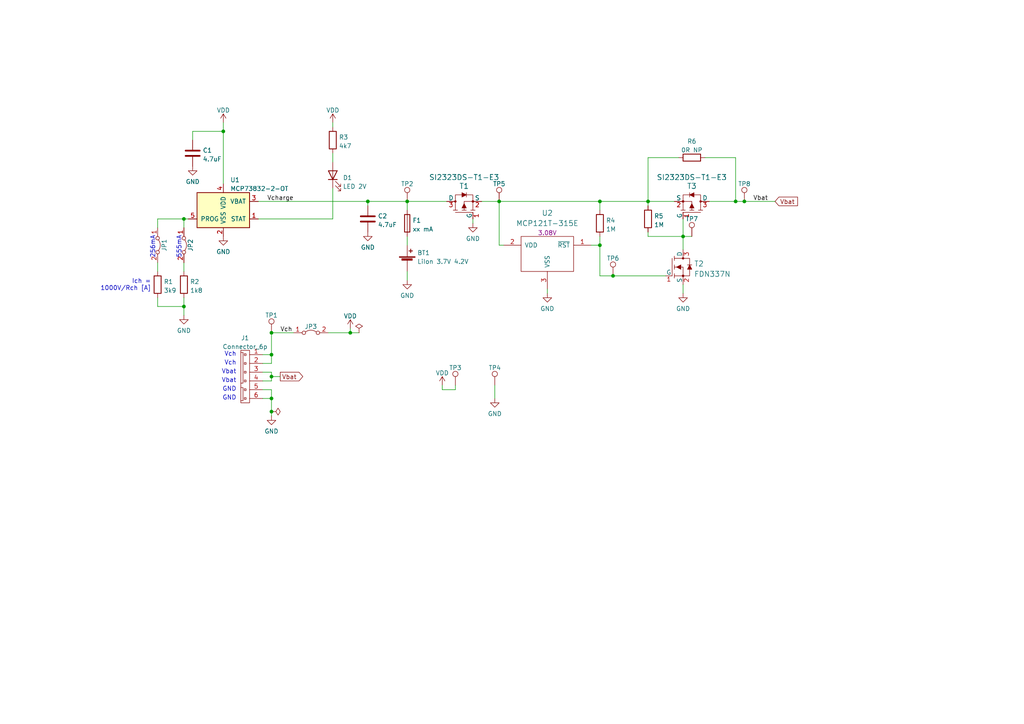
<source format=kicad_sch>
(kicad_sch (version 20211123) (generator eeschema)
  (paper "A4")
  (lib_symbols
    (symbol "0ESN_Lib:Connector_6p" (pin_names (offset 1.016) hide)
      (property "Reference" "J" (at 0 8.89 0))
      (property "Value" "Connector_6p" (at -2.54 2.54 90))
      (symbol "Connector_6p_0_1"
        (polyline (pts (xy -0.635 -6.985) (xy -1.27 -6.985)) (stroke (width 0.1524)))
        (polyline (pts (xy -0.635 6.985) (xy -1.27 6.985)) (stroke (width 0.1524)))
        (polyline (pts (xy -1.27 -1.905) (xy -0.635 -1.905) (xy -0.635 6.985)) (stroke (width 0.1524)))
        (polyline (pts (xy -0.635 -6.985) (xy -0.635 -3.175) (xy -1.27 -3.175)) (stroke (width 0.1524)))
        (rectangle (start 0.254 -6.096) (end -0.254 -6.604) (stroke (width 0.1524)))
        (rectangle (start 0.254 -3.556) (end -0.254 -4.064) (stroke (width 0.1524)))
        (rectangle (start 0.254 -1.016) (end -0.254 -1.524) (stroke (width 0.1524)))
        (rectangle (start 0.254 1.524) (end -0.254 1.016) (stroke (width 0.1524)))
        (rectangle (start 0.254 4.064) (end -0.254 3.556) (stroke (width 0.1524)))
        (rectangle (start 0.254 6.604) (end -0.254 6.096) (stroke (width 0.1524)))
        (rectangle (start 1.27 7.62) (end -1.27 -7.62))
      )
      (symbol "Connector_6p_1_1"
        (pin passive line (at 5.08 6.35 180) (length 3.81) (name "P1") (number "1"))
        (pin passive line (at 5.08 3.81 180) (length 3.81) (name "P2") (number "2"))
        (pin passive line (at 5.08 1.27 180) (length 3.81) (name "P3") (number "3"))
        (pin passive line (at 5.08 -1.27 180) (length 3.81) (name "P4") (number "4"))
        (pin passive line (at 5.08 -3.81 180) (length 3.81) (name "P5") (number "5"))
        (pin passive line (at 5.08 -6.35 180) (length 3.81) (name "P6") (number "6"))
      )
    )
    (symbol "0ESN_Lib:Jumper_2_Bridged" (pin_names (offset 0) hide)
      (property "Reference" "JP" (at 0 1.905 0))
      (symbol "Jumper_2_Bridged_0_0"
        (circle (center -2.032 0) (radius 0.508))
        (circle (center 2.032 0) (radius 0.508))
      )
      (symbol "Jumper_2_Bridged_0_1"
        (arc (start 1.524 0.254) (mid 0 0.762) (end -1.524 0.254))
      )
      (symbol "Jumper_2_Bridged_1_1"
        (pin passive line (at -5.08 0 0) (length 2.54) (name "A") (number "1"))
        (pin passive line (at 5.08 0 180) (length 2.54) (name "B") (number "2"))
      )
    )
    (symbol "0ESN_Lib:MCP121T-315E" (pin_names (offset 1.016))
      (property "Reference" "U" (at 0 8.255 0))
      (property "Value" "MCP121T-315E" (at 0 5.715 0))
      (property "Voltage" "3.08V" (at 0 3.81 0))
      (symbol "MCP121T-315E_0_1"
        (rectangle (start 7.62 2.54) (end -7.62 -7.62))
      )
      (symbol "MCP121T-315E_1_1"
        (pin open_collector line (at 12.7 0 180) (length 5.08) (name "~{RST}") (number "1"))
        (pin input line (at -12.7 0 0) (length 5.08) (name "VDD") (number "2"))
        (pin power_in line (at 0 -12.7 90) (length 5.08) (name "VSS") (number "3"))
      )
    )
    (symbol "0ESN_Lib:MCP73832-2-OT" (pin_names (offset 1.016))
      (property "Reference" "U" (at -7.62 6.35 0))
      (property "Value" "MCP73832-2-OT" (at 1.27 6.35 0))
      (symbol "MCP73832-2-OT_0_1"
        (rectangle (start -7.62 5.08) (end 7.62 -5.08) (stroke (width 0.254)) (fill (type background)))
      )
      (symbol "MCP73832-2-OT_1_1"
        (pin output line (at 10.16 -2.54 180) (length 2.54) (name "STAT") (number "1"))
        (pin power_in line (at 0 -7.62 90) (length 2.54) (name "VSS") (number "2"))
        (pin power_out line (at 10.16 2.54 180) (length 2.54) (name "VBAT") (number "3"))
        (pin power_in line (at 0 7.62 270) (length 2.54) (name "VDD") (number "4"))
        (pin input line (at -10.16 -2.54 0) (length 2.54) (name "PROG") (number "5"))
      )
    )
    (symbol "0ESN_Lib:SI2323DS-T1-E3" (pin_names (offset 0))
      (property "Reference" "T" (at 0 4.445 0))
      (property "Value" "SI2323DS-T1-E3" (at 0 6.985 0))
      (symbol "SI2323DS-T1-E3_0_1"
        (circle (center -2.54 0) (radius 0.254) (fill (type outline)))
        (polyline (pts (xy -2.54 -2.54) (xy -2.54 0)))
        (polyline (pts (xy -1.905 -2.54) (xy -3.175 -2.54)))
        (polyline (pts (xy 0 -2.54) (xy 0 -1.905)))
        (polyline (pts (xy 0.635 -2.54) (xy -0.635 -2.54)))
        (polyline (pts (xy 0.635 2.54) (xy 0.635 1.27)))
        (polyline (pts (xy 1.905 -2.54) (xy 3.175 -2.54)))
        (polyline (pts (xy 2.54 -3.175) (xy -2.54 -3.175)))
        (polyline (pts (xy 2.54 -2.54) (xy 2.54 0)))
        (polyline (pts (xy -0.635 1.905) (xy -2.54 1.905) (xy -2.54 0)))
        (polyline (pts (xy 0 -0.635) (xy 0 0) (xy 2.54 0)))
        (polyline (pts (xy 0.635 1.905) (xy 2.54 1.905) (xy 2.54 0)))
        (polyline (pts (xy -0.635 -1.905) (xy 0.635 -1.905) (xy 0 -0.635) (xy -0.635 -1.905)) (fill (type outline)))
        (polyline (pts (xy 0.635 1.905) (xy -0.635 2.54) (xy -0.635 1.27) (xy 0.635 1.905)) (fill (type outline)))
        (circle (center 2.54 0) (radius 0.2794) (fill (type outline)))
      )
      (symbol "SI2323DS-T1-E3_1_1"
        (pin passive line (at 2.54 -5.08 90) (length 1.905) (name "G") (number "1"))
        (pin passive line (at 5.08 0 180) (length 2.54) (name "S") (number "2"))
        (pin passive line (at -5.08 0 0) (length 2.54) (name "D") (number "3"))
      )
    )
    (symbol "0ESN_Lib:TestPoint" (pin_numbers hide) (pin_names (offset 0.762) hide)
      (property "Reference" "TP" (at 0 5.08 0))
      (symbol "TestPoint_0_1"
        (circle (center 0 3.302) (radius 0.762))
      )
      (symbol "TestPoint_1_1"
        (pin passive line (at 0 0 90) (length 2.54) (name "1") (number "1"))
      )
    )
    (symbol "0l2:MOSFET-N" (pin_names (offset 0))
      (property "Reference" "T" (at 0 4.445 0))
      (property "Value" "MOSFET-N" (at 0 6.985 0))
      (symbol "MOSFET-N_0_1"
        (circle (center -2.54 0) (radius 0.254) (fill (type outline)))
        (polyline (pts (xy -2.54 -2.54) (xy -2.54 0)))
        (polyline (pts (xy -1.905 -2.54) (xy -3.175 -2.54)))
        (polyline (pts (xy -0.635 2.54) (xy -0.635 1.27)))
        (polyline (pts (xy 0 -2.54) (xy 0 -1.905)))
        (polyline (pts (xy 0.635 -2.54) (xy -0.635 -2.54)))
        (polyline (pts (xy 1.905 -2.54) (xy 3.175 -2.54)))
        (polyline (pts (xy 2.54 -3.175) (xy -2.54 -3.175)))
        (polyline (pts (xy 2.54 -2.54) (xy 2.54 0)))
        (polyline (pts (xy -0.635 1.905) (xy -2.54 1.905) (xy -2.54 0)))
        (polyline (pts (xy 0 -0.635) (xy 0 0) (xy 2.54 0)))
        (polyline (pts (xy 0.635 1.905) (xy 2.54 1.905) (xy 2.54 0)))
        (polyline (pts (xy -0.635 -0.635) (xy 0.635 -0.635) (xy 0 -1.905) (xy -0.635 -0.635)) (fill (type outline)))
        (polyline (pts (xy -0.635 1.905) (xy 0.635 2.54) (xy 0.635 1.27) (xy -0.635 1.905)) (fill (type outline)))
        (circle (center 2.54 0) (radius 0.2794) (fill (type outline)))
      )
      (symbol "MOSFET-N_1_1"
        (pin passive line (at 2.54 -5.08 90) (length 1.905) (name "G") (number "1"))
        (pin passive line (at 5.08 0 180) (length 2.54) (name "S") (number "2"))
        (pin passive line (at -5.08 0 0) (length 2.54) (name "D") (number "3"))
      )
    )
    (symbol "Device:Battery_Cell" (pin_numbers hide) (pin_names (offset 0) hide)
      (property "Reference" "BT" (at 2.54 2.54 0))
      (property "Value" "Battery_Cell" (at 2.54 0 0))
      (symbol "Battery_Cell_0_1"
        (rectangle (start -2.286 1.778) (end 2.286 1.524) (fill (type outline)))
        (rectangle (start -1.5748 1.1938) (end 1.4732 0.6858) (fill (type outline)))
        (polyline (pts (xy 0 0.762) (xy 0 0)))
        (polyline (pts (xy 0 1.778) (xy 0 2.54)))
        (polyline (pts (xy 0.508 3.429) (xy 1.524 3.429)) (stroke (width 0.254)))
        (polyline (pts (xy 1.016 3.937) (xy 1.016 2.921)) (stroke (width 0.254)))
      )
      (symbol "Battery_Cell_1_1"
        (pin passive line (at 0 5.08 270) (length 2.54) (name "+") (number "1"))
        (pin passive line (at 0 -2.54 90) (length 2.54) (name "-") (number "2"))
      )
    )
    (symbol "Device:C" (pin_numbers hide) (pin_names (offset 0.254))
      (property "Reference" "C" (at 0.635 2.54 0))
      (property "Value" "C" (at 0.635 -2.54 0))
      (symbol "C_0_1"
        (polyline (pts (xy -2.032 -0.762) (xy 2.032 -0.762)) (stroke (width 0.508)))
        (polyline (pts (xy -2.032 0.762) (xy 2.032 0.762)) (stroke (width 0.508)))
      )
      (symbol "C_1_1"
        (pin passive line (at 0 3.81 270) (length 2.794) (name "~") (number "1"))
        (pin passive line (at 0 -3.81 90) (length 2.794) (name "~") (number "2"))
      )
    )
    (symbol "Device:Fuse" (pin_numbers hide) (pin_names (offset 0))
      (property "Reference" "F" (at 2.032 0 90))
      (property "Value" "Fuse" (at -1.905 0 90))
      (symbol "Fuse_0_1"
        (rectangle (start -0.762 -2.54) (end 0.762 2.54) (stroke (width 0.254)))
        (polyline (pts (xy 0 2.54) (xy 0 -2.54)))
      )
      (symbol "Fuse_1_1"
        (pin passive line (at 0 3.81 270) (length 1.27) (name "~") (number "1"))
        (pin passive line (at 0 -3.81 90) (length 1.27) (name "~") (number "2"))
      )
    )
    (symbol "Device:LED" (pin_numbers hide) (pin_names (offset 1.016) hide)
      (property "Reference" "D" (at 0 2.54 0))
      (property "Value" "LED" (at 0 -2.54 0))
      (symbol "LED_0_1"
        (polyline (pts (xy -1.27 -1.27) (xy -1.27 1.27)) (stroke (width 0.254)))
        (polyline (pts (xy -1.27 0) (xy 1.27 0)))
        (polyline (pts (xy 1.27 -1.27) (xy 1.27 1.27) (xy -1.27 0) (xy 1.27 -1.27)) (stroke (width 0.254)))
        (polyline (pts (xy -3.048 -0.762) (xy -4.572 -2.286) (xy -3.81 -2.286) (xy -4.572 -2.286) (xy -4.572 -1.524)))
        (polyline (pts (xy -1.778 -0.762) (xy -3.302 -2.286) (xy -2.54 -2.286) (xy -3.302 -2.286) (xy -3.302 -1.524)))
      )
      (symbol "LED_1_1"
        (pin passive line (at -3.81 0 0) (length 2.54) (name "K") (number "1"))
        (pin passive line (at 3.81 0 180) (length 2.54) (name "A") (number "2"))
      )
    )
    (symbol "Device:R" (pin_numbers hide) (pin_names (offset 0))
      (property "Reference" "R" (at 2.032 0 90))
      (property "Value" "R" (at 0 0 90))
      (symbol "R_0_1"
        (rectangle (start -1.016 -2.54) (end 1.016 2.54) (stroke (width 0.254)))
      )
      (symbol "R_1_1"
        (pin passive line (at 0 3.81 270) (length 1.27) (name "~") (number "1"))
        (pin passive line (at 0 -3.81 90) (length 1.27) (name "~") (number "2"))
      )
    )
    (symbol "SI2323DS-T1-E3_1" (pin_names (offset 0))
      (property "Reference" "T" (at 0 4.445 0))
      (property "Value" "SI2323DS-T1-E3_1" (at 0 6.985 0))
      (symbol "SI2323DS-T1-E3_1_0_1"
        (circle (center -2.54 0) (radius 0.254) (fill (type outline)))
        (polyline (pts (xy -2.54 -2.54) (xy -2.54 0)))
        (polyline (pts (xy -1.905 -2.54) (xy -3.175 -2.54)))
        (polyline (pts (xy 0 -2.54) (xy 0 -1.905)))
        (polyline (pts (xy 0.635 -2.54) (xy -0.635 -2.54)))
        (polyline (pts (xy 0.635 2.54) (xy 0.635 1.27)))
        (polyline (pts (xy 1.905 -2.54) (xy 3.175 -2.54)))
        (polyline (pts (xy 2.54 -3.175) (xy -2.54 -3.175)))
        (polyline (pts (xy 2.54 -2.54) (xy 2.54 0)))
        (polyline (pts (xy -0.635 1.905) (xy -2.54 1.905) (xy -2.54 0)))
        (polyline (pts (xy 0 -0.635) (xy 0 0) (xy 2.54 0)))
        (polyline (pts (xy 0.635 1.905) (xy 2.54 1.905) (xy 2.54 0)))
        (polyline (pts (xy -0.635 -1.905) (xy 0.635 -1.905) (xy 0 -0.635) (xy -0.635 -1.905)) (fill (type outline)))
        (polyline (pts (xy 0.635 1.905) (xy -0.635 2.54) (xy -0.635 1.27) (xy 0.635 1.905)) (fill (type outline)))
        (circle (center 2.54 0) (radius 0.2794) (fill (type outline)))
      )
      (symbol "SI2323DS-T1-E3_1_1_1"
        (pin passive line (at 2.54 -5.08 90) (length 1.905) (name "G") (number "1"))
        (pin passive line (at 5.08 0 180) (length 2.54) (name "S") (number "2"))
        (pin passive line (at -5.08 0 0) (length 2.54) (name "D") (number "3"))
      )
    )
    (symbol "TestPoint_1" (pin_numbers hide) (pin_names (offset 0.762) hide)
      (property "Reference" "TP" (at 0 5.08 0))
      (symbol "TestPoint_1_0_1"
        (circle (center 0 3.302) (radius 0.762))
      )
      (symbol "TestPoint_1_1_1"
        (pin passive line (at 0 0 90) (length 2.54) (name "1") (number "1"))
      )
    )
    (symbol "TestPoint_3" (pin_numbers hide) (pin_names (offset 0.762) hide)
      (property "Reference" "TP" (at 0 5.08 0))
      (symbol "TestPoint_3_0_1"
        (circle (center 0 3.302) (radius 0.762))
      )
      (symbol "TestPoint_3_1_1"
        (pin passive line (at 0 0 90) (length 2.54) (name "1") (number "1"))
      )
    )
    (symbol "TestPoint_4" (pin_numbers hide) (pin_names (offset 0.762) hide)
      (property "Reference" "TP" (at 0 5.08 0))
      (symbol "TestPoint_4_0_1"
        (circle (center 0 3.302) (radius 0.762))
      )
      (symbol "TestPoint_4_1_1"
        (pin passive line (at 0 0 90) (length 2.54) (name "1") (number "1"))
      )
    )
    (symbol "TestPoint_5" (pin_numbers hide) (pin_names (offset 0.762) hide)
      (property "Reference" "TP" (at 0 5.08 0))
      (symbol "TestPoint_5_0_1"
        (circle (center 0 3.302) (radius 0.762))
      )
      (symbol "TestPoint_5_1_1"
        (pin passive line (at 0 0 90) (length 2.54) (name "1") (number "1"))
      )
    )
    (symbol "power:GND" (power) (pin_names (offset 0))
      (property "Value" "GND" (at 0 -3.81 0))
      (symbol "GND_0_1"
        (polyline (pts (xy 0 0) (xy 0 -1.27) (xy 1.27 -1.27) (xy 0 -2.54) (xy -1.27 -1.27) (xy 0 -1.27)))
      )
      (symbol "GND_1_1"
        (pin power_in line (at 0 0 270) (length 0) hide (name "GND") (number "1"))
      )
    )
    (symbol "power:PWR_FLAG" (power) (pin_numbers hide) (pin_names (offset 0) hide)
      (property "Value" "PWR_FLAG" (at 0 3.81 0))
      (symbol "PWR_FLAG_0_0"
        (pin power_out line (at 0 0 90) (length 0) (name "pwr") (number "1"))
      )
      (symbol "PWR_FLAG_0_1"
        (polyline (pts (xy 0 0) (xy 0 1.27) (xy -1.016 1.905) (xy 0 2.54) (xy 1.016 1.905) (xy 0 1.27)))
      )
    )
    (symbol "power:VDD" (power) (pin_names (offset 0))
      (property "Value" "VDD" (at 0 3.81 0))
      (symbol "VDD_0_1"
        (polyline (pts (xy -0.762 1.27) (xy 0 2.54)))
        (polyline (pts (xy 0 0) (xy 0 2.54)))
        (polyline (pts (xy 0 2.54) (xy 0.762 1.27)))
      )
      (symbol "VDD_1_1"
        (pin power_in line (at 0 0 90) (length 0) hide (name "VDD") (number "1"))
      )
    )
  )
  (junction (at 53.34 88.9))
  (junction (at 187.96 58.42))
  (junction (at 78.74 119.38))
  (junction (at 213.36 58.42))
  (junction (at 78.74 115.57))
  (junction (at 173.99 58.42))
  (junction (at 78.74 102.87))
  (junction (at 53.34 63.5))
  (junction (at 64.77 38.1))
  (junction (at 215.9 58.42))
  (junction (at 78.74 96.52))
  (junction (at 173.99 71.12))
  (junction (at 198.12 68.58))
  (junction (at 144.78 58.42))
  (junction (at 101.6 96.52))
  (junction (at 106.68 58.42))
  (junction (at 118.11 58.42))
  (junction (at 177.8 80.01))
  (junction (at 78.74 109.22))
  (wire (pts (xy 78.74 107.95) (xy 78.74 109.22)))
  (wire (pts (xy 78.74 113.03) (xy 78.74 115.57)))
  (wire (pts (xy 187.96 58.42) (xy 187.96 45.72)))
  (wire (pts (xy 95.25 96.52) (xy 101.6 96.52)))
  (wire (pts (xy 53.34 88.9) (xy 53.34 86.36)))
  (wire (pts (xy 64.77 35.56) (xy 64.77 38.1)))
  (wire (pts (xy 76.2 102.87) (xy 78.74 102.87)))
  (wire (pts (xy 118.11 60.96) (xy 118.11 58.42)))
  (wire (pts (xy 118.11 78.74) (xy 118.11 81.28)))
  (wire (pts (xy 76.2 113.03) (xy 78.74 113.03)))
  (wire (pts (xy 158.75 83.82) (xy 158.75 85.09)))
  (wire (pts (xy 78.74 115.57) (xy 78.74 119.38)))
  (wire (pts (xy 106.68 59.69) (xy 106.68 58.42)))
  (wire (pts (xy 96.52 54.61) (xy 96.52 63.5)))
  (wire (pts (xy 205.74 58.42) (xy 213.36 58.42)))
  (wire (pts (xy 173.99 80.01) (xy 177.8 80.01)))
  (wire (pts (xy 139.7 58.42) (xy 144.78 58.42)))
  (wire (pts (xy 76.2 105.41) (xy 78.74 105.41)))
  (wire (pts (xy 215.9 58.42) (xy 224.79 58.42)))
  (wire (pts (xy 213.36 45.72) (xy 213.36 58.42)))
  (wire (pts (xy 144.78 58.42) (xy 173.99 58.42)))
  (wire (pts (xy 76.2 115.57) (xy 78.74 115.57)))
  (wire (pts (xy 55.88 38.1) (xy 64.77 38.1)))
  (wire (pts (xy 53.34 63.5) (xy 53.34 66.04)))
  (wire (pts (xy 198.12 68.58) (xy 200.66 68.58)))
  (wire (pts (xy 96.52 44.45) (xy 96.52 46.99)))
  (wire (pts (xy 106.68 58.42) (xy 118.11 58.42)))
  (wire (pts (xy 213.36 58.42) (xy 215.9 58.42)))
  (wire (pts (xy 198.12 63.5) (xy 198.12 68.58)))
  (wire (pts (xy 187.96 45.72) (xy 196.85 45.72)))
  (wire (pts (xy 173.99 58.42) (xy 187.96 58.42)))
  (wire (pts (xy 78.74 109.22) (xy 81.28 109.22)))
  (wire (pts (xy 45.72 88.9) (xy 53.34 88.9)))
  (wire (pts (xy 53.34 88.9) (xy 53.34 91.44)))
  (wire (pts (xy 45.72 76.2) (xy 45.72 78.74)))
  (wire (pts (xy 187.96 68.58) (xy 187.96 67.31)))
  (wire (pts (xy 78.74 119.38) (xy 78.74 120.65)))
  (wire (pts (xy 198.12 82.55) (xy 198.12 85.09)))
  (wire (pts (xy 118.11 68.58) (xy 118.11 71.12)))
  (wire (pts (xy 101.6 95.25) (xy 101.6 96.52)))
  (wire (pts (xy 45.72 63.5) (xy 53.34 63.5)))
  (wire (pts (xy 64.77 38.1) (xy 64.77 53.34)))
  (wire (pts (xy 78.74 102.87) (xy 78.74 96.52)))
  (wire (pts (xy 45.72 86.36) (xy 45.72 88.9)))
  (wire (pts (xy 53.34 76.2) (xy 53.34 78.74)))
  (wire (pts (xy 76.2 107.95) (xy 78.74 107.95)))
  (wire (pts (xy 171.45 71.12) (xy 173.99 71.12)))
  (wire (pts (xy 104.14 96.52) (xy 101.6 96.52)))
  (wire (pts (xy 132.08 111.76) (xy 132.08 113.03)))
  (wire (pts (xy 128.27 111.76) (xy 128.27 113.03)))
  (wire (pts (xy 54.61 63.5) (xy 53.34 63.5)))
  (wire (pts (xy 144.78 58.42) (xy 144.78 71.12)))
  (wire (pts (xy 143.51 111.76) (xy 143.51 115.57)))
  (wire (pts (xy 76.2 110.49) (xy 78.74 110.49)))
  (wire (pts (xy 78.74 105.41) (xy 78.74 102.87)))
  (wire (pts (xy 74.93 58.42) (xy 106.68 58.42)))
  (wire (pts (xy 198.12 68.58) (xy 198.12 72.39)))
  (wire (pts (xy 173.99 68.58) (xy 173.99 71.12)))
  (wire (pts (xy 118.11 58.42) (xy 129.54 58.42)))
  (wire (pts (xy 78.74 96.52) (xy 85.09 96.52)))
  (wire (pts (xy 173.99 58.42) (xy 173.99 60.96)))
  (wire (pts (xy 55.88 40.64) (xy 55.88 38.1)))
  (wire (pts (xy 204.47 45.72) (xy 213.36 45.72)))
  (wire (pts (xy 187.96 58.42) (xy 195.58 58.42)))
  (wire (pts (xy 177.8 80.01) (xy 193.04 80.01)))
  (wire (pts (xy 96.52 35.56) (xy 96.52 36.83)))
  (wire (pts (xy 173.99 71.12) (xy 173.99 80.01)))
  (wire (pts (xy 198.12 68.58) (xy 187.96 68.58)))
  (wire (pts (xy 187.96 58.42) (xy 187.96 59.69)))
  (wire (pts (xy 78.74 109.22) (xy 78.74 110.49)))
  (wire (pts (xy 144.78 71.12) (xy 146.05 71.12)))
  (wire (pts (xy 74.93 63.5) (xy 96.52 63.5)))
  (wire (pts (xy 45.72 66.04) (xy 45.72 63.5)))
  (wire (pts (xy 137.16 63.5) (xy 137.16 64.77)))
  (wire (pts (xy 128.27 113.03) (xy 132.08 113.03)))
  (text "GND" (at 68.58 116.205 180) (effects (font (size 1.27 1.27)) (justify right bottom)))
  (text "Vch" (at 68.58 106.045 180) (effects (font (size 1.27 1.27)) (justify right bottom)))
  (text "555mA" (at 52.705 74.93 90) (effects (font (size 1.27 1.27)) (justify left bottom)))
  (text "256mA" (at 45.085 74.93 90) (effects (font (size 1.27 1.27)) (justify left bottom)))
  (text "Vch" (at 68.58 103.505 180) (effects (font (size 1.27 1.27)) (justify right bottom)))
  (text "Ich =\n1000V/Rch [A]" (at 43.815 84.455 180) (effects (font (size 1.27 1.27)) (justify right bottom)))
  (text "GND" (at 68.58 113.665 180) (effects (font (size 1.27 1.27)) (justify right bottom)))
  (text "Vbat" (at 68.58 111.125 180) (effects (font (size 1.27 1.27)) (justify right bottom)))
  (text "Vbat" (at 68.58 108.585 180) (effects (font (size 1.27 1.27)) (justify right bottom)))
  (label "Vch" (at 81.28 96.52 0))
  (label "Vcharge" (at 77.47 58.42 0))
  (label "Vbat" (at 218.44 58.42 0))
  (global_label "Vbat" (shape output) (at 81.28 109.22 0) (property "Intersheet References" "${INTERSHEET_REFS}" (effects hide)))
  (global_label "Vbat" (shape input) (at 224.79 58.42 0) (property "Intersheet References" "${INTERSHEET_REFS}" (effects hide)))
  (symbol (lib_id "Device:Fuse") (at 118.11 64.77 180) (unit 1)
    (property "Reference" "F1" (at 119.634 63.9353 0) (effects (justify right)))
    (property "Value" "xx mA" (at 119.634 66.4722 0) (effects (justify right)))
    (property "Footprint" "0ESN_Lib:Fuse_1206_3216Metric_Pad1.42x1.75mm_HandSolder" (effects hide))
  )
  (symbol (lib_id "0ESN_Lib:TestPoint") (at 118.11 58.42 0) (unit 1)
    (property "Reference" "TP2" (at 118.11 53.34 0))
    (property "Value" "TestPoint" (effects hide))
    (property "Footprint" "0ESN_Lib:TestPoint_Pad_D1.0mm" (effects hide))
  )
  (symbol (lib_id "power:GND") (at 53.34 91.44 0) (unit 1)
    (property "Reference" "#PWR01" (effects hide))
    (property "Value" "GND" (at 53.34 95.8834 0))
  )
  (symbol (lib_id "power:GND") (at 137.16 64.77 0) (unit 1)
    (property "Reference" "#PWR011" (effects hide))
    (property "Value" "GND" (at 137.16 69.2134 0))
  )
  (symbol (lib_id "power:GND") (at 143.51 115.57 0) (unit 1)
    (property "Reference" "#PWR012" (effects hide))
    (property "Value" "GND" (at 143.51 120.0134 0))
  )
  (symbol (lib_id "0ESN_Lib:Jumper_2_Bridged") (at 90.17 96.52 0) (unit 1)
    (property "Reference" "JP3" (at 90.17 94.7222 0))
    (property "Value" "Jumper_2_Bridged" (effects hide))
    (property "Footprint" "0ESN_Lib:PinHeader_1x02_P1.27mm_Vertical" (effects hide))
  )
  (symbol (lib_id "0ESN_Lib:TestPoint") (at 144.78 58.42 0) (unit 1)
    (property "Reference" "TP5" (at 144.78 53.34 0))
    (property "Value" "TestPoint" (effects hide))
    (property "Footprint" "0ESN_Lib:TestPoint_Pad_D1.0mm" (effects hide))
  )
  (symbol (lib_id "power:GND") (at 78.74 120.65 0) (unit 1)
    (property "Reference" "#PWR05" (effects hide))
    (property "Value" "GND" (at 78.74 125.0934 0))
  )
  (symbol (lib_id "Device:Battery_Cell") (at 118.11 76.2 0) (unit 1)
    (property "Reference" "BT1" (at 121.031 73.3333 0) (effects (justify left)))
    (property "Value" "LiIon 3.7V 4.2V" (at 121.031 75.8702 0) (effects (justify left)))
    (property "Footprint" "0ESN_Lib:18650_Battery_holder" (effects hide))
  )
  (symbol (lib_id "0ESN_Lib:Connector_6p") (at 71.12 109.22 0) (unit 1)
    (property "Reference" "J1" (at 71.0819 98.0272 0))
    (property "Value" "Connector_6p" (at 71.0819 100.5641 0))
    (property "Footprint" "0ESN_Lib:Connector_6p_m" (effects hide))
  )
  (symbol (lib_id "power:PWR_FLAG") (at 78.74 119.38 270) (unit 1)
    (property "Reference" "#FLG01" (effects hide))
    (property "Value" "PWR_FLAG" (effects hide))
  )
  (symbol (lib_id "Device:C") (at 55.88 44.45 0) (unit 1)
    (property "Reference" "C1" (at 58.801 43.6153 0) (effects (justify left)))
    (property "Value" "4.7uF" (at 58.801 46.1522 0) (effects (justify left)))
    (property "Footprint" "0ESN_Lib:C_0805_2012Metric_Pad1.18x1.45mm_HandSolder" (effects hide))
  )
  (symbol (lib_id "power:VDD") (at 101.6 95.25 0) (unit 1)
    (property "Reference" "#PWR07" (effects hide))
    (property "Value" "VDD" (at 101.6 91.6742 0))
  )
  (symbol (lib_id "0ESN_Lib:TestPoint") (at 143.51 111.76 0) (unit 1)
    (property "Reference" "TP4" (at 143.51 106.68 0))
    (property "Value" "TestPoint" (effects hide))
    (property "Footprint" "0ESN_Lib:TestPoint_Pad_D1.0mm" (effects hide))
  )
  (symbol (lib_name "SI2323DS-T1-E3_1") (lib_id "0ESN_Lib:SI2323DS-T1-E3") (at 134.62 58.42 0) (unit 1)
    (property "Reference" "T1" (at 134.62 53.975 0) (effects (font (size 1.524 1.524))))
    (property "Value" "SI2323DS-T1-E3" (at 134.62 51.435 0) (effects (font (size 1.524 1.524))))
    (property "Footprint" "Package_TO_SOT_SMD:SOT-23_Handsoldering" (effects hide))
  )
  (symbol (lib_id "power:VDD") (at 96.52 35.56 0) (unit 1)
    (property "Reference" "#PWR06" (effects hide))
    (property "Value" "VDD" (at 96.52 31.9842 0))
  )
  (symbol (lib_id "power:VDD") (at 64.77 35.56 0) (unit 1)
    (property "Reference" "#PWR03" (effects hide))
    (property "Value" "VDD" (at 64.77 31.9842 0))
  )
  (symbol (lib_id "0ESN_Lib:TestPoint") (at 132.08 111.76 0) (unit 1)
    (property "Reference" "TP3" (at 132.08 106.68 0))
    (property "Value" "TestPoint" (effects hide))
    (property "Footprint" "0ESN_Lib:TestPoint_Pad_D1.0mm" (effects hide))
  )
  (symbol (lib_name "TestPoint_5") (lib_id "0ESN_Lib:TestPoint") (at 177.8 80.01 0) (unit 1)
    (property "Reference" "TP6" (at 177.8 74.93 0))
    (property "Value" "TestPoint" (effects hide))
    (property "Footprint" "0ESN_Lib:TestPoint_Pad_D1.0mm" (effects hide))
  )
  (symbol (lib_id "power:VDD") (at 128.27 111.76 0) (unit 1)
    (property "Reference" "#PWR010" (effects hide))
    (property "Value" "VDD" (at 128.27 108.1842 0))
  )
  (symbol (lib_id "0l2:MOSFET-N") (at 198.12 77.47 270) (unit 1)
    (property "Reference" "T2" (at 201.295 76.4938 90) (effects (font (size 1.524 1.524)) (justify left)))
    (property "Value" "FDN337N" (at 201.295 79.4872 90) (effects (font (size 1.524 1.524)) (justify left)))
    (property "Footprint" "Package_TO_SOT_SMD:SOT-23_Handsoldering" (effects hide))
  )
  (symbol (lib_name "TestPoint_4") (lib_id "0ESN_Lib:TestPoint") (at 200.66 68.58 0) (unit 1)
    (property "Reference" "TP7" (at 200.66 63.5 0))
    (property "Value" "TestPoint" (effects hide))
    (property "Footprint" "0ESN_Lib:TestPoint_Pad_D1.0mm" (effects hide))
  )
  (symbol (lib_id "power:PWR_FLAG") (at 104.14 96.52 0) (unit 1)
    (property "Reference" "#FLG02" (effects hide))
    (property "Value" "PWR_FLAG" (effects hide))
  )
  (symbol (lib_id "Device:R") (at 53.34 82.55 0) (unit 1)
    (property "Reference" "R2" (at 55.118 81.7153 0) (effects (justify left)))
    (property "Value" "1k8" (at 55.118 84.2522 0) (effects (justify left)))
    (property "Footprint" "0ESN_Lib:R_0603_1608Metric_Pad0.98x0.95mm_HandSolder" (effects hide))
  )
  (symbol (lib_id "0ESN_Lib:MCP73832-2-OT") (at 64.77 60.96 0) (unit 1)
    (property "Reference" "U1" (at 66.7894 52.1802 0) (effects (justify left)))
    (property "Value" "MCP73832-2-OT" (at 66.7894 54.7171 0) (effects (justify left)))
    (property "Footprint" "0ESN_Lib:SOT-23-5_HandSoldering" (effects hide))
    (property "Datasheet" "http://ww1.microchip.com/downloads/en/DeviceDoc/20001984g.pdf" (effects hide))
  )
  (symbol (lib_id "power:GND") (at 106.68 67.31 0) (unit 1)
    (property "Reference" "#PWR08" (effects hide))
    (property "Value" "GND" (at 106.68 71.7534 0))
  )
  (symbol (lib_id "Device:LED") (at 96.52 50.8 90) (unit 1)
    (property "Reference" "D1" (at 99.441 51.5528 90) (effects (justify right)))
    (property "Value" "LED 2V" (at 99.441 54.0897 90) (effects (justify right)))
    (property "Footprint" "0ESN_Lib:D_0603_1608Metric_Pad1.05x0.95mm_HandSolder" (effects hide))
  )
  (symbol (lib_id "0ESN_Lib:MCP121T-315E") (at 158.75 71.12 0) (unit 1)
    (property "Reference" "U2" (at 158.75 61.7857 0) (effects (font (size 1.524 1.524))))
    (property "Value" "MCP121T-315E" (at 158.75 64.7791 0) (effects (font (size 1.524 1.524))))
    (property "Footprint" "Package_TO_SOT_SMD:SOT-23_Handsoldering" (effects hide))
    (property "Voltage" "3.08V" (at 158.75 67.5442 0))
  )
  (symbol (lib_id "power:GND") (at 55.88 48.26 0) (unit 1)
    (property "Reference" "#PWR02" (effects hide))
    (property "Value" "GND" (at 55.88 52.7034 0))
  )
  (symbol (lib_id "0ESN_Lib:Jumper_2_Bridged") (at 45.72 71.12 270) (unit 1)
    (property "Reference" "JP1" (at 47.625 71.12 0))
    (property "Value" "Jumper_2_Bridged" (effects hide))
    (property "Footprint" "0ESN_Lib:PinHeader_1x02_P1.27mm_Vertical" (effects hide))
  )
  (symbol (lib_id "Device:R") (at 187.96 63.5 0) (unit 1)
    (property "Reference" "R5" (at 189.738 62.6653 0) (effects (justify left)))
    (property "Value" "1M" (at 189.738 65.2022 0) (effects (justify left)))
    (property "Footprint" "0ESN_Lib:R_0603_1608Metric_Pad0.98x0.95mm_HandSolder" (effects hide))
  )
  (symbol (lib_name "TestPoint_3") (lib_id "0ESN_Lib:TestPoint") (at 215.9 58.42 0) (unit 1)
    (property "Reference" "TP8" (at 215.9 53.34 0))
    (property "Value" "TestPoint" (effects hide))
    (property "Footprint" "0ESN_Lib:TestPoint_Pad_D1.0mm" (effects hide))
  )
  (symbol (lib_id "power:GND") (at 198.12 85.09 0) (unit 1)
    (property "Reference" "#PWR014" (effects hide))
    (property "Value" "GND" (at 198.12 89.5334 0))
  )
  (symbol (lib_id "power:GND") (at 158.75 85.09 0) (unit 1)
    (property "Reference" "#PWR013" (effects hide))
    (property "Value" "GND" (at 158.75 89.5334 0))
  )
  (symbol (lib_id "Device:C") (at 106.68 63.5 0) (unit 1)
    (property "Reference" "C2" (at 109.601 62.6653 0) (effects (justify left)))
    (property "Value" "4.7uF" (at 109.601 65.2022 0) (effects (justify left)))
    (property "Footprint" "0ESN_Lib:C_0805_2012Metric_Pad1.18x1.45mm_HandSolder" (effects hide))
  )
  (symbol (lib_id "0ESN_Lib:Jumper_2_Bridged") (at 53.34 71.12 270) (unit 1)
    (property "Reference" "JP2" (at 55.245 71.12 0))
    (property "Value" "Jumper_2_Bridged" (effects hide))
    (property "Footprint" "0ESN_Lib:PinHeader_1x02_P1.27mm_Vertical" (effects hide))
  )
  (symbol (lib_id "Device:R") (at 200.66 45.72 90) (unit 1)
    (property "Reference" "R6" (at 200.66 41.0042 90))
    (property "Value" "0R NP" (at 200.66 43.5411 90))
    (property "Footprint" "0ESN_Lib:R_0603_1608Metric_Pad0.98x0.95mm_HandSolder" (effects hide))
  )
  (symbol (lib_id "Device:R") (at 173.99 64.77 0) (unit 1)
    (property "Reference" "R4" (at 175.768 63.9353 0) (effects (justify left)))
    (property "Value" "1M" (at 175.768 66.4722 0) (effects (justify left)))
    (property "Footprint" "0ESN_Lib:R_0603_1608Metric_Pad0.98x0.95mm_HandSolder" (effects hide))
  )
  (symbol (lib_id "power:GND") (at 118.11 81.28 0) (unit 1)
    (property "Reference" "#PWR09" (effects hide))
    (property "Value" "GND" (at 118.11 85.7234 0))
  )
  (symbol (lib_id "Device:R") (at 45.72 82.55 0) (unit 1)
    (property "Reference" "R1" (at 47.498 81.7153 0) (effects (justify left)))
    (property "Value" "3k9" (at 47.498 84.2522 0) (effects (justify left)))
    (property "Footprint" "0ESN_Lib:R_0603_1608Metric_Pad0.98x0.95mm_HandSolder" (effects hide))
  )
  (symbol (lib_id "Device:R") (at 96.52 40.64 180) (unit 1)
    (property "Reference" "R3" (at 98.298 39.8053 0) (effects (justify right)))
    (property "Value" "4k7" (at 98.298 42.3422 0) (effects (justify right)))
    (property "Footprint" "0ESN_Lib:R_0603_1608Metric_Pad0.98x0.95mm_HandSolder" (effects hide))
  )
  (symbol (lib_id "0ESN_Lib:SI2323DS-T1-E3") (at 200.66 58.42 0) (mirror y) (unit 1)
    (property "Reference" "T3" (at 200.66 53.975 0) (effects (font (size 1.524 1.524))))
    (property "Value" "SI2323DS-T1-E3" (at 200.66 51.435 0) (effects (font (size 1.524 1.524))))
    (property "Footprint" "Package_TO_SOT_SMD:SOT-23_Handsoldering" (effects hide))
  )
  (symbol (lib_id "power:GND") (at 64.77 68.58 0) (unit 1)
    (property "Reference" "#PWR04" (effects hide))
    (property "Value" "GND" (at 64.77 73.0234 0))
  )
  (symbol (lib_name "TestPoint_1") (lib_id "0ESN_Lib:TestPoint") (at 78.74 96.52 0) (unit 1)
    (property "Reference" "TP1" (at 78.74 91.44 0))
    (property "Value" "TestPoint" (effects hide))
    (property "Footprint" "0ESN_Lib:TestPoint_Pad_D1.0mm" (effects hide))
  )
)
</source>
